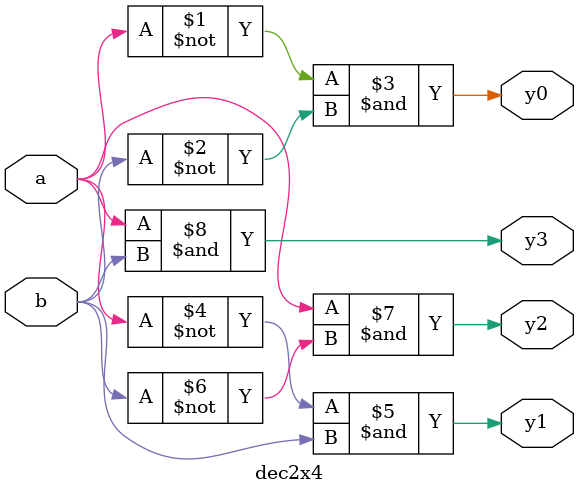
<source format=v>
module dec2x4 (y0,y1,y2,y3,a,b); 
input a, b;
output y0,y1,y2,y3;
assign y0= (~a) & (~b);
assign y1= (~a) & b;
assign y2= a & (~ b);
assign y3= a & b;
endmodule
</source>
